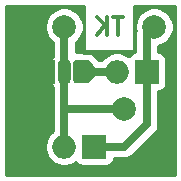
<source format=gbr>
%TF.GenerationSoftware,KiCad,Pcbnew,(5.1.6)-1*%
%TF.CreationDate,2020-09-21T18:41:52-06:00*%
%TF.ProjectId,2n2222 audio amp 2,326e3232-3232-4206-9175-64696f20616d,rev?*%
%TF.SameCoordinates,PX8062360PY5faea10*%
%TF.FileFunction,Copper,L1,Top*%
%TF.FilePolarity,Positive*%
%FSLAX46Y46*%
G04 Gerber Fmt 4.6, Leading zero omitted, Abs format (unit mm)*
G04 Created by KiCad (PCBNEW (5.1.6)-1) date 2020-09-21 18:41:52*
%MOMM*%
%LPD*%
G01*
G04 APERTURE LIST*
%TA.AperFunction,NonConductor*%
%ADD10C,0.300000*%
%TD*%
%TA.AperFunction,ComponentPad*%
%ADD11C,2.000000*%
%TD*%
%TA.AperFunction,ComponentPad*%
%ADD12R,1.050000X2.000000*%
%TD*%
%TA.AperFunction,ComponentPad*%
%ADD13O,2.000000X2.000000*%
%TD*%
%TA.AperFunction,ComponentPad*%
%ADD14R,2.000000X2.000000*%
%TD*%
%TA.AperFunction,Conductor*%
%ADD15C,0.700000*%
%TD*%
%TA.AperFunction,Conductor*%
%ADD16C,0.254000*%
%TD*%
G04 APERTURE END LIST*
D10*
X10703571Y14156429D02*
X9846428Y14156429D01*
X10275000Y12656429D02*
X10275000Y14156429D01*
X9346428Y12656429D02*
X9346428Y14156429D01*
X8489285Y12656429D02*
X9132142Y13513572D01*
X8489285Y14156429D02*
X9346428Y13299286D01*
D11*
%TO.P,R2,2*%
%TO.N,Net-(J1-Pad2)*%
X10795000Y6350000D03*
%TO.P,R2,1*%
%TO.N,GND*%
X3175000Y6350000D03*
%TD*%
%TO.P,R1,2*%
%TO.N,Net-(J1-Pad1)*%
X13335000Y13335000D03*
%TO.P,R1,1*%
%TO.N,Net-(J1-Pad2)*%
X5715000Y13335000D03*
%TD*%
D12*
%TO.P,Q1,1*%
%TO.N,GND*%
X4445000Y9525000D03*
%TO.P,Q1,3*%
%TO.N,Net-(J2-Pad2)*%
%TA.AperFunction,ComponentPad*%
G36*
G01*
X6460000Y8787500D02*
X6460000Y10262500D01*
G75*
G02*
X6722500Y10525000I262500J0D01*
G01*
X7247500Y10525000D01*
G75*
G02*
X7510000Y10262500I0J-262500D01*
G01*
X7510000Y8787500D01*
G75*
G02*
X7247500Y8525000I-262500J0D01*
G01*
X6722500Y8525000D01*
G75*
G02*
X6460000Y8787500I0J262500D01*
G01*
G37*
%TD.AperFunction*%
%TO.P,Q1,2*%
%TO.N,Net-(J1-Pad2)*%
%TA.AperFunction,ComponentPad*%
G36*
G01*
X5190000Y8787500D02*
X5190000Y10262500D01*
G75*
G02*
X5452500Y10525000I262500J0D01*
G01*
X5977500Y10525000D01*
G75*
G02*
X6240000Y10262500I0J-262500D01*
G01*
X6240000Y8787500D01*
G75*
G02*
X5977500Y8525000I-262500J0D01*
G01*
X5452500Y8525000D01*
G75*
G02*
X5190000Y8787500I0J262500D01*
G01*
G37*
%TD.AperFunction*%
%TD*%
D13*
%TO.P,J2,2*%
%TO.N,Net-(J2-Pad2)*%
X10160000Y9525000D03*
D14*
%TO.P,J2,1*%
%TO.N,Net-(J1-Pad1)*%
X12700000Y9525000D03*
%TD*%
D13*
%TO.P,J1,3*%
%TO.N,GND*%
X3175000Y3175000D03*
%TO.P,J1,2*%
%TO.N,Net-(J1-Pad2)*%
X5715000Y3175000D03*
D14*
%TO.P,J1,1*%
%TO.N,Net-(J1-Pad1)*%
X8255000Y3175000D03*
%TD*%
D15*
%TO.N,Net-(J1-Pad2)*%
X5715000Y9525000D02*
X5715000Y13335000D01*
X5715000Y3810000D02*
X5715000Y3175000D01*
X10795000Y6350000D02*
X5715000Y6350000D01*
X5715000Y9525000D02*
X5715000Y6350000D01*
X5715000Y6350000D02*
X5715000Y3810000D01*
%TO.N,Net-(J1-Pad1)*%
X10795000Y3175000D02*
X8255000Y3175000D01*
X12700000Y9525000D02*
X12700000Y5080000D01*
X12700000Y5080000D02*
X10795000Y3175000D01*
X12700000Y12700000D02*
X13335000Y13335000D01*
X12700000Y9525000D02*
X12700000Y12700000D01*
%TO.N,Net-(J2-Pad2)*%
X7620000Y9525000D02*
X6985000Y8890000D01*
X7620000Y9525000D02*
X6985000Y10160000D01*
X8001000Y9525000D02*
X8001000Y9779000D01*
X8001000Y9525000D02*
X10160000Y9525000D01*
X7620000Y9525000D02*
X8001000Y9525000D01*
X8001000Y9779000D02*
X7620000Y10160000D01*
X8001000Y9525000D02*
X8001000Y9271000D01*
X8001000Y9271000D02*
X7620000Y8890000D01*
X6985000Y9525000D02*
X6985000Y8890000D01*
X6985000Y9525000D02*
X6985000Y9271000D01*
X6985000Y9525000D02*
X6985000Y9779000D01*
X7620000Y10160000D02*
X6858000Y10160000D01*
X7620000Y8890000D02*
X6790010Y8890000D01*
%TD*%
D16*
%TO.N,GND*%
G36*
X7418572Y11305000D02*
G01*
X11631429Y11305000D01*
X11631429Y15113000D01*
X15113000Y15113000D01*
X15113000Y762000D01*
X762000Y762000D01*
X762000Y13496033D01*
X4080000Y13496033D01*
X4080000Y13173967D01*
X4142832Y12858088D01*
X4266082Y12560537D01*
X4445013Y12292748D01*
X4672748Y12065013D01*
X4730001Y12026758D01*
X4730000Y10794876D01*
X4703702Y10762831D01*
X4620480Y10607134D01*
X4569232Y10438193D01*
X4551928Y10262500D01*
X4551928Y8787500D01*
X4569232Y8611807D01*
X4620480Y8442866D01*
X4703702Y8287169D01*
X4730000Y8255124D01*
X4730001Y6398390D01*
X4725235Y6350000D01*
X4730000Y6301620D01*
X4730001Y4483242D01*
X4672748Y4444987D01*
X4445013Y4217252D01*
X4266082Y3949463D01*
X4142832Y3651912D01*
X4080000Y3336033D01*
X4080000Y3013967D01*
X4142832Y2698088D01*
X4266082Y2400537D01*
X4445013Y2132748D01*
X4672748Y1905013D01*
X4940537Y1726082D01*
X5238088Y1602832D01*
X5553967Y1540000D01*
X5876033Y1540000D01*
X6191912Y1602832D01*
X6489463Y1726082D01*
X6699809Y1866630D01*
X6724463Y1820506D01*
X6803815Y1723815D01*
X6900506Y1644463D01*
X7010820Y1585498D01*
X7130518Y1549188D01*
X7255000Y1536928D01*
X9255000Y1536928D01*
X9379482Y1549188D01*
X9499180Y1585498D01*
X9609494Y1644463D01*
X9706185Y1723815D01*
X9785537Y1820506D01*
X9844502Y1930820D01*
X9880812Y2050518D01*
X9893072Y2175000D01*
X9893072Y2190000D01*
X10746620Y2190000D01*
X10795000Y2185235D01*
X10843380Y2190000D01*
X10988094Y2204253D01*
X11173767Y2260576D01*
X11344884Y2352040D01*
X11494870Y2475130D01*
X11525716Y2512716D01*
X13362290Y4349289D01*
X13399870Y4380130D01*
X13522960Y4530116D01*
X13614424Y4701233D01*
X13670747Y4886906D01*
X13685000Y5031620D01*
X13689765Y5080000D01*
X13685000Y5128380D01*
X13685000Y7886928D01*
X13700000Y7886928D01*
X13824482Y7899188D01*
X13944180Y7935498D01*
X14054494Y7994463D01*
X14151185Y8073815D01*
X14230537Y8170506D01*
X14289502Y8280820D01*
X14325812Y8400518D01*
X14338072Y8525000D01*
X14338072Y10525000D01*
X14325812Y10649482D01*
X14289502Y10769180D01*
X14230537Y10879494D01*
X14151185Y10976185D01*
X14054494Y11055537D01*
X13944180Y11114502D01*
X13824482Y11150812D01*
X13700000Y11163072D01*
X13685000Y11163072D01*
X13685000Y11737588D01*
X13811912Y11762832D01*
X14109463Y11886082D01*
X14377252Y12065013D01*
X14604987Y12292748D01*
X14783918Y12560537D01*
X14907168Y12858088D01*
X14970000Y13173967D01*
X14970000Y13496033D01*
X14907168Y13811912D01*
X14783918Y14109463D01*
X14604987Y14377252D01*
X14377252Y14604987D01*
X14109463Y14783918D01*
X13811912Y14907168D01*
X13496033Y14970000D01*
X13173967Y14970000D01*
X12858088Y14907168D01*
X12560537Y14783918D01*
X12292748Y14604987D01*
X12065013Y14377252D01*
X11886082Y14109463D01*
X11762832Y13811912D01*
X11700000Y13496033D01*
X11700000Y13173967D01*
X11745328Y12946086D01*
X11729253Y12893093D01*
X11710235Y12700000D01*
X11715001Y12651610D01*
X11715001Y11163072D01*
X11700000Y11163072D01*
X11575518Y11150812D01*
X11455820Y11114502D01*
X11345506Y11055537D01*
X11248815Y10976185D01*
X11169463Y10879494D01*
X11144809Y10833370D01*
X10934463Y10973918D01*
X10636912Y11097168D01*
X10321033Y11160000D01*
X9998967Y11160000D01*
X9683088Y11097168D01*
X9385537Y10973918D01*
X9117748Y10794987D01*
X8890013Y10567252D01*
X8851758Y10510000D01*
X8662999Y10510000D01*
X8350716Y10822283D01*
X8319870Y10859870D01*
X8169884Y10982960D01*
X7998767Y11074424D01*
X7813094Y11130747D01*
X7668380Y11145000D01*
X7620000Y11149765D01*
X7571620Y11145000D01*
X7425725Y11145000D01*
X7423193Y11145768D01*
X7247500Y11163072D01*
X6722500Y11163072D01*
X6700000Y11160856D01*
X6700000Y12026758D01*
X6757252Y12065013D01*
X6984987Y12292748D01*
X7163918Y12560537D01*
X7287168Y12858088D01*
X7350000Y13173967D01*
X7350000Y13496033D01*
X7287168Y13811912D01*
X7163918Y14109463D01*
X6984987Y14377252D01*
X6757252Y14604987D01*
X6489463Y14783918D01*
X6191912Y14907168D01*
X5876033Y14970000D01*
X5553967Y14970000D01*
X5238088Y14907168D01*
X4940537Y14783918D01*
X4672748Y14604987D01*
X4445013Y14377252D01*
X4266082Y14109463D01*
X4142832Y13811912D01*
X4080000Y13496033D01*
X762000Y13496033D01*
X762000Y15113000D01*
X7418572Y15113000D01*
X7418572Y11305000D01*
G37*
X7418572Y11305000D02*
X11631429Y11305000D01*
X11631429Y15113000D01*
X15113000Y15113000D01*
X15113000Y762000D01*
X762000Y762000D01*
X762000Y13496033D01*
X4080000Y13496033D01*
X4080000Y13173967D01*
X4142832Y12858088D01*
X4266082Y12560537D01*
X4445013Y12292748D01*
X4672748Y12065013D01*
X4730001Y12026758D01*
X4730000Y10794876D01*
X4703702Y10762831D01*
X4620480Y10607134D01*
X4569232Y10438193D01*
X4551928Y10262500D01*
X4551928Y8787500D01*
X4569232Y8611807D01*
X4620480Y8442866D01*
X4703702Y8287169D01*
X4730000Y8255124D01*
X4730001Y6398390D01*
X4725235Y6350000D01*
X4730000Y6301620D01*
X4730001Y4483242D01*
X4672748Y4444987D01*
X4445013Y4217252D01*
X4266082Y3949463D01*
X4142832Y3651912D01*
X4080000Y3336033D01*
X4080000Y3013967D01*
X4142832Y2698088D01*
X4266082Y2400537D01*
X4445013Y2132748D01*
X4672748Y1905013D01*
X4940537Y1726082D01*
X5238088Y1602832D01*
X5553967Y1540000D01*
X5876033Y1540000D01*
X6191912Y1602832D01*
X6489463Y1726082D01*
X6699809Y1866630D01*
X6724463Y1820506D01*
X6803815Y1723815D01*
X6900506Y1644463D01*
X7010820Y1585498D01*
X7130518Y1549188D01*
X7255000Y1536928D01*
X9255000Y1536928D01*
X9379482Y1549188D01*
X9499180Y1585498D01*
X9609494Y1644463D01*
X9706185Y1723815D01*
X9785537Y1820506D01*
X9844502Y1930820D01*
X9880812Y2050518D01*
X9893072Y2175000D01*
X9893072Y2190000D01*
X10746620Y2190000D01*
X10795000Y2185235D01*
X10843380Y2190000D01*
X10988094Y2204253D01*
X11173767Y2260576D01*
X11344884Y2352040D01*
X11494870Y2475130D01*
X11525716Y2512716D01*
X13362290Y4349289D01*
X13399870Y4380130D01*
X13522960Y4530116D01*
X13614424Y4701233D01*
X13670747Y4886906D01*
X13685000Y5031620D01*
X13689765Y5080000D01*
X13685000Y5128380D01*
X13685000Y7886928D01*
X13700000Y7886928D01*
X13824482Y7899188D01*
X13944180Y7935498D01*
X14054494Y7994463D01*
X14151185Y8073815D01*
X14230537Y8170506D01*
X14289502Y8280820D01*
X14325812Y8400518D01*
X14338072Y8525000D01*
X14338072Y10525000D01*
X14325812Y10649482D01*
X14289502Y10769180D01*
X14230537Y10879494D01*
X14151185Y10976185D01*
X14054494Y11055537D01*
X13944180Y11114502D01*
X13824482Y11150812D01*
X13700000Y11163072D01*
X13685000Y11163072D01*
X13685000Y11737588D01*
X13811912Y11762832D01*
X14109463Y11886082D01*
X14377252Y12065013D01*
X14604987Y12292748D01*
X14783918Y12560537D01*
X14907168Y12858088D01*
X14970000Y13173967D01*
X14970000Y13496033D01*
X14907168Y13811912D01*
X14783918Y14109463D01*
X14604987Y14377252D01*
X14377252Y14604987D01*
X14109463Y14783918D01*
X13811912Y14907168D01*
X13496033Y14970000D01*
X13173967Y14970000D01*
X12858088Y14907168D01*
X12560537Y14783918D01*
X12292748Y14604987D01*
X12065013Y14377252D01*
X11886082Y14109463D01*
X11762832Y13811912D01*
X11700000Y13496033D01*
X11700000Y13173967D01*
X11745328Y12946086D01*
X11729253Y12893093D01*
X11710235Y12700000D01*
X11715001Y12651610D01*
X11715001Y11163072D01*
X11700000Y11163072D01*
X11575518Y11150812D01*
X11455820Y11114502D01*
X11345506Y11055537D01*
X11248815Y10976185D01*
X11169463Y10879494D01*
X11144809Y10833370D01*
X10934463Y10973918D01*
X10636912Y11097168D01*
X10321033Y11160000D01*
X9998967Y11160000D01*
X9683088Y11097168D01*
X9385537Y10973918D01*
X9117748Y10794987D01*
X8890013Y10567252D01*
X8851758Y10510000D01*
X8662999Y10510000D01*
X8350716Y10822283D01*
X8319870Y10859870D01*
X8169884Y10982960D01*
X7998767Y11074424D01*
X7813094Y11130747D01*
X7668380Y11145000D01*
X7620000Y11149765D01*
X7571620Y11145000D01*
X7425725Y11145000D01*
X7423193Y11145768D01*
X7247500Y11163072D01*
X6722500Y11163072D01*
X6700000Y11160856D01*
X6700000Y12026758D01*
X6757252Y12065013D01*
X6984987Y12292748D01*
X7163918Y12560537D01*
X7287168Y12858088D01*
X7350000Y13173967D01*
X7350000Y13496033D01*
X7287168Y13811912D01*
X7163918Y14109463D01*
X6984987Y14377252D01*
X6757252Y14604987D01*
X6489463Y14783918D01*
X6191912Y14907168D01*
X5876033Y14970000D01*
X5553967Y14970000D01*
X5238088Y14907168D01*
X4940537Y14783918D01*
X4672748Y14604987D01*
X4445013Y14377252D01*
X4266082Y14109463D01*
X4142832Y13811912D01*
X4080000Y13496033D01*
X762000Y13496033D01*
X762000Y15113000D01*
X7418572Y15113000D01*
X7418572Y11305000D01*
%TD*%
M02*

</source>
